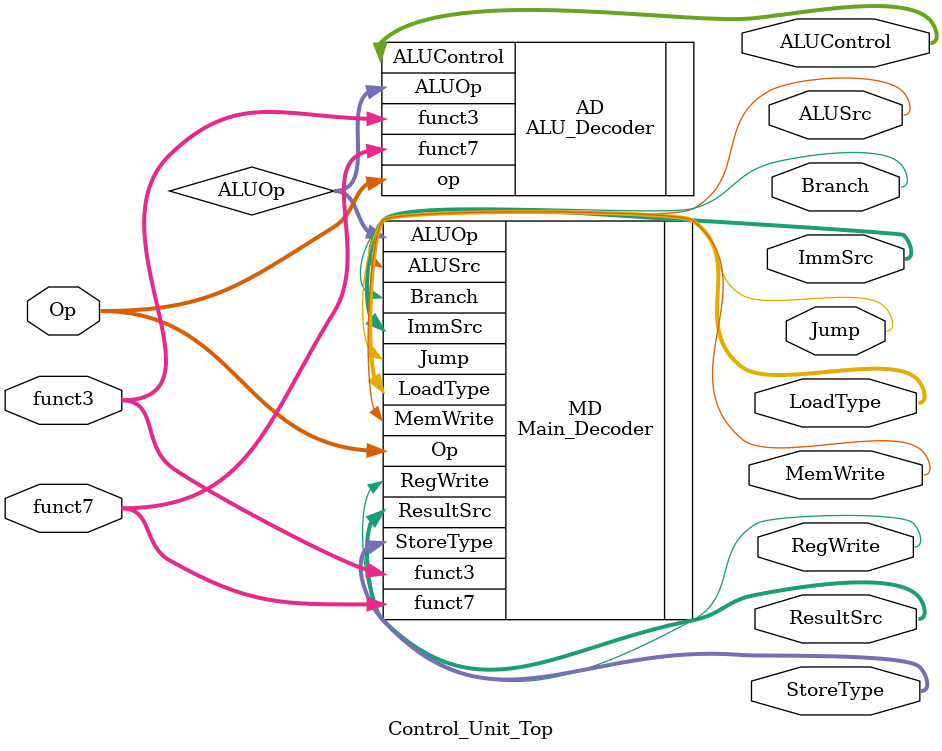
<source format=v>
module Control_Unit_Top (
    input  [6:0] Op,
    input  [2:0] funct3,
    input  [6:0] funct7,
    output       RegWrite,
    output [2:0] ImmSrc,        // widened
    output       ALUSrc,
    output       MemWrite,
    output [1:0] ResultSrc,
    output       Branch,
    output [4:0] ALUControl,
    output       Jump,
    output [2:0] LoadType,
    output [2:0] StoreType
);
    wire [2:0] ALUOp;

    Main_Decoder MD (
        .Op(Op), .funct3(funct3), .funct7(funct7),
        .RegWrite(RegWrite), .ImmSrc(ImmSrc), .ALUSrc(ALUSrc),
        .MemWrite(MemWrite), .ResultSrc(ResultSrc), .Branch(Branch),
        .ALUOp(ALUOp), .Jump(Jump),
        .LoadType(LoadType), .StoreType(StoreType)
    );

    ALU_Decoder AD (
        .ALUOp(ALUOp), .funct3(funct3),
        .funct7(funct7), .op(Op), .ALUControl(ALUControl)
    );
endmodule

</source>
